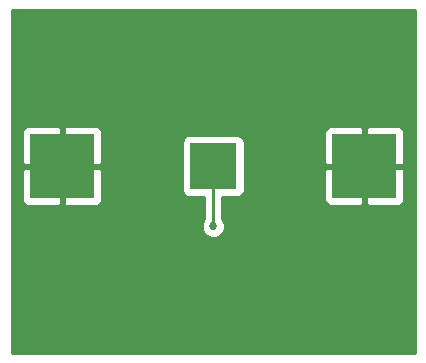
<source format=gbl>
G04 #@! TF.FileFunction,Copper,L2,Bot,Signal*
%FSLAX46Y46*%
G04 Gerber Fmt 4.6, Leading zero omitted, Abs format (unit mm)*
G04 Created by KiCad (PCBNEW 4.0.2-stable) date 5/18/2016 9:32:54 PM*
%MOMM*%
G01*
G04 APERTURE LIST*
%ADD10C,0.100000*%
%ADD11R,4.000000X4.000000*%
%ADD12R,5.500000X5.500000*%
%ADD13C,0.685800*%
%ADD14C,0.254000*%
G04 APERTURE END LIST*
D10*
D11*
X152400000Y-129540000D03*
D12*
X165200000Y-129540000D03*
X139600000Y-129540000D03*
D13*
X152400000Y-134620000D03*
X146812000Y-130048000D03*
X155194000Y-122936000D03*
D14*
X152400000Y-129540000D02*
X152400000Y-134620000D01*
G36*
X169470000Y-145340000D02*
X135330000Y-145340000D01*
X135330000Y-129825750D01*
X136215000Y-129825750D01*
X136215000Y-132416310D01*
X136311673Y-132649699D01*
X136490302Y-132828327D01*
X136723691Y-132925000D01*
X139314250Y-132925000D01*
X139473000Y-132766250D01*
X139473000Y-129667000D01*
X139727000Y-129667000D01*
X139727000Y-132766250D01*
X139885750Y-132925000D01*
X142476309Y-132925000D01*
X142709698Y-132828327D01*
X142888327Y-132649699D01*
X142985000Y-132416310D01*
X142985000Y-129825750D01*
X142826250Y-129667000D01*
X139727000Y-129667000D01*
X139473000Y-129667000D01*
X136373750Y-129667000D01*
X136215000Y-129825750D01*
X135330000Y-129825750D01*
X135330000Y-126663690D01*
X136215000Y-126663690D01*
X136215000Y-129254250D01*
X136373750Y-129413000D01*
X139473000Y-129413000D01*
X139473000Y-126313750D01*
X139727000Y-126313750D01*
X139727000Y-129413000D01*
X142826250Y-129413000D01*
X142985000Y-129254250D01*
X142985000Y-127540000D01*
X149752560Y-127540000D01*
X149752560Y-131540000D01*
X149796838Y-131775317D01*
X149935910Y-131991441D01*
X150148110Y-132136431D01*
X150400000Y-132187440D01*
X151638000Y-132187440D01*
X151638000Y-133998917D01*
X151571460Y-134065341D01*
X151422270Y-134424630D01*
X151421931Y-134813663D01*
X151570493Y-135173212D01*
X151845341Y-135448540D01*
X152204630Y-135597730D01*
X152593663Y-135598069D01*
X152953212Y-135449507D01*
X153228540Y-135174659D01*
X153377730Y-134815370D01*
X153378069Y-134426337D01*
X153229507Y-134066788D01*
X153162000Y-133999163D01*
X153162000Y-132187440D01*
X154400000Y-132187440D01*
X154635317Y-132143162D01*
X154851441Y-132004090D01*
X154996431Y-131791890D01*
X155047440Y-131540000D01*
X155047440Y-129825750D01*
X161815000Y-129825750D01*
X161815000Y-132416310D01*
X161911673Y-132649699D01*
X162090302Y-132828327D01*
X162323691Y-132925000D01*
X164914250Y-132925000D01*
X165073000Y-132766250D01*
X165073000Y-129667000D01*
X165327000Y-129667000D01*
X165327000Y-132766250D01*
X165485750Y-132925000D01*
X168076309Y-132925000D01*
X168309698Y-132828327D01*
X168488327Y-132649699D01*
X168585000Y-132416310D01*
X168585000Y-129825750D01*
X168426250Y-129667000D01*
X165327000Y-129667000D01*
X165073000Y-129667000D01*
X161973750Y-129667000D01*
X161815000Y-129825750D01*
X155047440Y-129825750D01*
X155047440Y-127540000D01*
X155003162Y-127304683D01*
X154864090Y-127088559D01*
X154651890Y-126943569D01*
X154400000Y-126892560D01*
X150400000Y-126892560D01*
X150164683Y-126936838D01*
X149948559Y-127075910D01*
X149803569Y-127288110D01*
X149752560Y-127540000D01*
X142985000Y-127540000D01*
X142985000Y-126663690D01*
X161815000Y-126663690D01*
X161815000Y-129254250D01*
X161973750Y-129413000D01*
X165073000Y-129413000D01*
X165073000Y-126313750D01*
X165327000Y-126313750D01*
X165327000Y-129413000D01*
X168426250Y-129413000D01*
X168585000Y-129254250D01*
X168585000Y-126663690D01*
X168488327Y-126430301D01*
X168309698Y-126251673D01*
X168076309Y-126155000D01*
X165485750Y-126155000D01*
X165327000Y-126313750D01*
X165073000Y-126313750D01*
X164914250Y-126155000D01*
X162323691Y-126155000D01*
X162090302Y-126251673D01*
X161911673Y-126430301D01*
X161815000Y-126663690D01*
X142985000Y-126663690D01*
X142888327Y-126430301D01*
X142709698Y-126251673D01*
X142476309Y-126155000D01*
X139885750Y-126155000D01*
X139727000Y-126313750D01*
X139473000Y-126313750D01*
X139314250Y-126155000D01*
X136723691Y-126155000D01*
X136490302Y-126251673D01*
X136311673Y-126430301D01*
X136215000Y-126663690D01*
X135330000Y-126663690D01*
X135330000Y-116280000D01*
X169470000Y-116280000D01*
X169470000Y-145340000D01*
X169470000Y-145340000D01*
G37*
X169470000Y-145340000D02*
X135330000Y-145340000D01*
X135330000Y-129825750D01*
X136215000Y-129825750D01*
X136215000Y-132416310D01*
X136311673Y-132649699D01*
X136490302Y-132828327D01*
X136723691Y-132925000D01*
X139314250Y-132925000D01*
X139473000Y-132766250D01*
X139473000Y-129667000D01*
X139727000Y-129667000D01*
X139727000Y-132766250D01*
X139885750Y-132925000D01*
X142476309Y-132925000D01*
X142709698Y-132828327D01*
X142888327Y-132649699D01*
X142985000Y-132416310D01*
X142985000Y-129825750D01*
X142826250Y-129667000D01*
X139727000Y-129667000D01*
X139473000Y-129667000D01*
X136373750Y-129667000D01*
X136215000Y-129825750D01*
X135330000Y-129825750D01*
X135330000Y-126663690D01*
X136215000Y-126663690D01*
X136215000Y-129254250D01*
X136373750Y-129413000D01*
X139473000Y-129413000D01*
X139473000Y-126313750D01*
X139727000Y-126313750D01*
X139727000Y-129413000D01*
X142826250Y-129413000D01*
X142985000Y-129254250D01*
X142985000Y-127540000D01*
X149752560Y-127540000D01*
X149752560Y-131540000D01*
X149796838Y-131775317D01*
X149935910Y-131991441D01*
X150148110Y-132136431D01*
X150400000Y-132187440D01*
X151638000Y-132187440D01*
X151638000Y-133998917D01*
X151571460Y-134065341D01*
X151422270Y-134424630D01*
X151421931Y-134813663D01*
X151570493Y-135173212D01*
X151845341Y-135448540D01*
X152204630Y-135597730D01*
X152593663Y-135598069D01*
X152953212Y-135449507D01*
X153228540Y-135174659D01*
X153377730Y-134815370D01*
X153378069Y-134426337D01*
X153229507Y-134066788D01*
X153162000Y-133999163D01*
X153162000Y-132187440D01*
X154400000Y-132187440D01*
X154635317Y-132143162D01*
X154851441Y-132004090D01*
X154996431Y-131791890D01*
X155047440Y-131540000D01*
X155047440Y-129825750D01*
X161815000Y-129825750D01*
X161815000Y-132416310D01*
X161911673Y-132649699D01*
X162090302Y-132828327D01*
X162323691Y-132925000D01*
X164914250Y-132925000D01*
X165073000Y-132766250D01*
X165073000Y-129667000D01*
X165327000Y-129667000D01*
X165327000Y-132766250D01*
X165485750Y-132925000D01*
X168076309Y-132925000D01*
X168309698Y-132828327D01*
X168488327Y-132649699D01*
X168585000Y-132416310D01*
X168585000Y-129825750D01*
X168426250Y-129667000D01*
X165327000Y-129667000D01*
X165073000Y-129667000D01*
X161973750Y-129667000D01*
X161815000Y-129825750D01*
X155047440Y-129825750D01*
X155047440Y-127540000D01*
X155003162Y-127304683D01*
X154864090Y-127088559D01*
X154651890Y-126943569D01*
X154400000Y-126892560D01*
X150400000Y-126892560D01*
X150164683Y-126936838D01*
X149948559Y-127075910D01*
X149803569Y-127288110D01*
X149752560Y-127540000D01*
X142985000Y-127540000D01*
X142985000Y-126663690D01*
X161815000Y-126663690D01*
X161815000Y-129254250D01*
X161973750Y-129413000D01*
X165073000Y-129413000D01*
X165073000Y-126313750D01*
X165327000Y-126313750D01*
X165327000Y-129413000D01*
X168426250Y-129413000D01*
X168585000Y-129254250D01*
X168585000Y-126663690D01*
X168488327Y-126430301D01*
X168309698Y-126251673D01*
X168076309Y-126155000D01*
X165485750Y-126155000D01*
X165327000Y-126313750D01*
X165073000Y-126313750D01*
X164914250Y-126155000D01*
X162323691Y-126155000D01*
X162090302Y-126251673D01*
X161911673Y-126430301D01*
X161815000Y-126663690D01*
X142985000Y-126663690D01*
X142888327Y-126430301D01*
X142709698Y-126251673D01*
X142476309Y-126155000D01*
X139885750Y-126155000D01*
X139727000Y-126313750D01*
X139473000Y-126313750D01*
X139314250Y-126155000D01*
X136723691Y-126155000D01*
X136490302Y-126251673D01*
X136311673Y-126430301D01*
X136215000Y-126663690D01*
X135330000Y-126663690D01*
X135330000Y-116280000D01*
X169470000Y-116280000D01*
X169470000Y-145340000D01*
M02*

</source>
